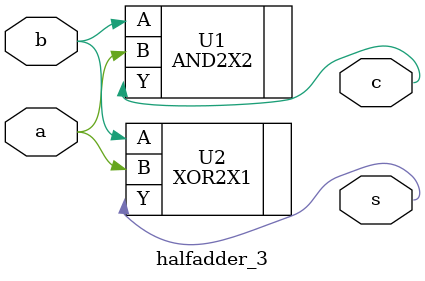
<source format=v>
module halfadder_3 ( s, c, a, b );
  input a, b;
  output s, c;


  AND2X2 U1 ( .A(b), .B(a), .Y(c) );
  XOR2X1 U2 ( .A(b), .B(a), .Y(s) );
endmodule

</source>
